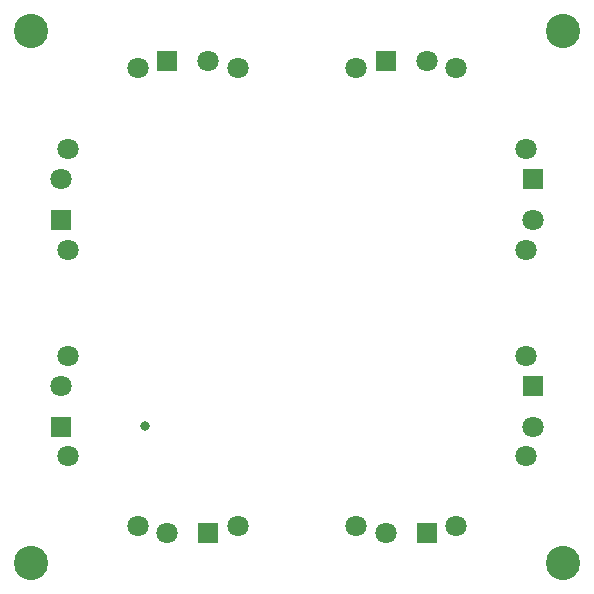
<source format=gbs>
G04*
G04 #@! TF.GenerationSoftware,Altium Limited,Altium Designer,18.1.9 (240)*
G04*
G04 Layer_Color=16711935*
%FSLAX25Y25*%
%MOIN*%
G70*
G01*
G75*
%ADD16R,0.07099X0.07099*%
%ADD17C,0.07099*%
%ADD18R,0.07099X0.07099*%
%ADD19C,0.11430*%
%ADD20C,0.03162*%
D16*
X19685Y124016D02*
D03*
X177165Y68898D02*
D03*
Y137795D02*
D03*
X19685Y55118D02*
D03*
D17*
Y137795D02*
D03*
X22165Y114173D02*
D03*
Y147638D02*
D03*
X177165Y55118D02*
D03*
X174685Y78740D02*
D03*
Y45276D02*
D03*
X177165Y124016D02*
D03*
X174685Y147638D02*
D03*
Y114173D02*
D03*
X141732Y177165D02*
D03*
X118110Y174685D02*
D03*
X151575D02*
D03*
X68898Y177165D02*
D03*
X45276Y174685D02*
D03*
X78740D02*
D03*
X127953Y19685D02*
D03*
X151575Y22165D02*
D03*
X118110D02*
D03*
X55118Y19685D02*
D03*
X78740Y22165D02*
D03*
X45276D02*
D03*
X19685Y68898D02*
D03*
X22165Y45276D02*
D03*
Y78740D02*
D03*
D18*
X127953Y177165D02*
D03*
X55118D02*
D03*
X141732Y19685D02*
D03*
X68898D02*
D03*
D19*
X9843Y187008D02*
D03*
X187008D02*
D03*
Y9843D02*
D03*
X9843D02*
D03*
D20*
X47665Y55315D02*
D03*
M02*

</source>
